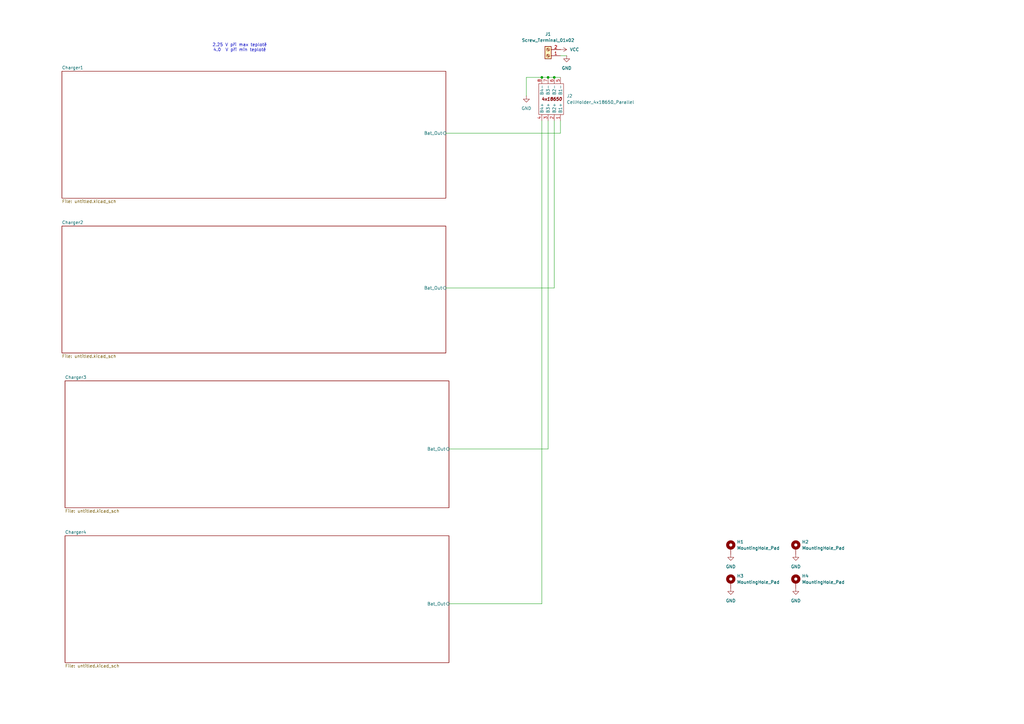
<source format=kicad_sch>
(kicad_sch (version 20250114) (generator "eeschema") (generator_version "9.0")
  (paper "A3")
  (lib_symbols
    (symbol "Connector:Screw_Terminal_01x02" (pin_names (offset 1.016) (hide yes))
      (property "Reference" "J" (at 0 2.54 0))
      (property "Value" "Screw_Terminal_01x02" (at 0 -5.08 0))
      (symbol "Screw_Terminal_01x02_1_1"
        (rectangle (start -1.27 1.27) (end 1.27 -3.81) (stroke (width 0.254)) (fill (type background)))
        (polyline (pts (xy -0.5334 0.3302) (xy 0.3302 -0.508)) (stroke (width 0.1524)))
        (polyline (pts (xy -0.5334 -2.2098) (xy 0.3302 -3.048)) (stroke (width 0.1524)))
        (polyline (pts (xy -0.3556 0.508) (xy 0.508 -0.3302)) (stroke (width 0.1524)))
        (polyline (pts (xy -0.3556 -2.032) (xy 0.508 -2.8702)) (stroke (width 0.1524)))
        (circle (center 0 0) (radius 0.635) (stroke (width 0.1524)))
        (circle (center 0 -2.54) (radius 0.635) (stroke (width 0.1524)))
        (pin passive line (at -5.08 0 0) (length 3.81) (name "Pin_1") (number "1"))
        (pin passive line (at -5.08 -2.54 0) (length 3.81) (name "Pin_2") (number "2"))
      )
    )
    (symbol "JK_symbols:CellHolder_18650_4x_Parallel"
      (property "Reference" "J" (at 6.096 5.334 0))
      (symbol "CellHolder_18650_4x_Parallel_0_1"
        (rectangle (start -5.08 6.35) (end 5.08 -6.35))
      )
      (symbol "CellHolder_18650_4x_Parallel_1_1"
        (text "4x18650" (at -0.254 0 0) (effects (font (size 1.27 1.27) (thickness 0.254) (bold yes) (italic yes))))
        (pin input line (at -3.81 8.89 270) (length 2.54) (name "B1+") (number "1"))
        (pin input line (at -3.81 -8.89 90) (length 2.54) (name "B1-") (number "5"))
        (pin input line (at -1.27 8.89 270) (length 2.54) (name "B2+") (number "2"))
        (pin input line (at -1.27 -8.89 90) (length 2.54) (name "B2-") (number "6"))
        (pin input line (at 1.27 8.89 270) (length 2.54) (name "B3+") (number "3"))
        (pin input line (at 1.27 -8.89 90) (length 2.54) (name "B3-") (number "7"))
        (pin input line (at 3.81 8.89 270) (length 2.54) (name "B4+") (number "4"))
        (pin input line (at 3.81 -8.89 90) (length 2.54) (name "B4-") (number "8"))
      )
    )
    (symbol "Mechanical:MountingHole_Pad" (pin_numbers (hide yes)) (pin_names (offset 1.016) (hide yes)) (in_bom no)
      (property "Reference" "H" (at 0 6.35 0))
      (property "Value" "MountingHole_Pad" (at 0 4.445 0))
      (symbol "MountingHole_Pad_0_1"
        (circle (center 0 1.27) (radius 1.27) (stroke (width 1.27)))
      )
      (symbol "MountingHole_Pad_1_1"
        (pin input line (at 0 -2.54 90) (length 2.54) (name "1") (number "1"))
      )
    )
    (symbol "power:GND" (power) (pin_numbers (hide yes)) (pin_names (offset 0) (hide yes))
      (property "Value" "GND" (at 0 -3.81 0))
      (symbol "GND_0_1"
        (polyline (pts (xy 0 0) (xy 0 -1.27) (xy 1.27 -1.27) (xy 0 -2.54) (xy -1.27 -1.27) (xy 0 -1.27)))
      )
      (symbol "GND_1_1"
        (pin power_in line (at 0 0 270) (length 0) (name "~") (number "1"))
      )
    )
    (symbol "power:VCC" (power) (pin_numbers (hide yes)) (pin_names (offset 0) (hide yes))
      (property "Value" "VCC" (at 0 3.556 0))
      (symbol "VCC_0_1"
        (polyline (pts (xy -0.762 1.27) (xy 0 2.54)))
        (polyline (pts (xy 0 2.54) (xy 0.762 1.27)))
        (polyline (pts (xy 0 0) (xy 0 2.54)))
      )
      (symbol "VCC_1_1"
        (pin power_in line (at 0 0 90) (length 0) (name "~") (number "1"))
      )
    )
  )
  (text "2.25 V při max teplotě\n4.0  V při min teplotě" (at 98.298 19.558 0) (effects (font (size 1.27 1.27))))
  (junction (at 224.79 31.75))
  (junction (at 222.25 31.75))
  (junction (at 227.33 31.75))
  (wire (pts (xy 184.15 247.65) (xy 222.25 247.65)))
  (wire (pts (xy 222.25 247.65) (xy 222.25 49.53)))
  (wire (pts (xy 224.79 184.15) (xy 224.79 49.53)))
  (wire (pts (xy 215.9 31.75) (xy 222.25 31.75)))
  (wire (pts (xy 222.25 31.75) (xy 224.79 31.75)))
  (wire (pts (xy 224.79 31.75) (xy 227.33 31.75)))
  (wire (pts (xy 182.88 118.11) (xy 227.33 118.11)))
  (wire (pts (xy 232.41 22.86) (xy 229.87 22.86)))
  (wire (pts (xy 182.88 54.61) (xy 229.87 54.61)))
  (wire (pts (xy 184.15 184.15) (xy 224.79 184.15)))
  (wire (pts (xy 227.33 118.11) (xy 227.33 49.53)))
  (wire (pts (xy 215.9 31.75) (xy 215.9 39.37)))
  (wire (pts (xy 229.87 54.61) (xy 229.87 49.53)))
  (wire (pts (xy 227.33 31.75) (xy 229.87 31.75)))
  (symbol (lib_id "power:GND") (at 299.72 227.33 0) (unit 1)
    (property "Reference" "#PWR04" (effects (hide yes)))
    (property "Value" "GND" (at 299.72 232.41 0))
    (property "Description" "Power symbol creates a global label with name \"GND\" , ground" (effects (hide yes)))
  )
  (symbol (lib_id "Mechanical:MountingHole_Pad") (at 326.39 238.76 0) (unit 1) (in_bom no)
    (property "Reference" "H4" (at 328.93 236.2199 0) (effects (justify left)))
    (property "Value" "MountingHole_Pad" (at 328.93 238.7599 0) (effects (justify left)))
    (property "Footprint" "MountingHole:MountingHole_3.2mm_M3_Pad_Via" (effects (hide yes)))
    (property "Description" "Mounting Hole with connection" (effects (hide yes)))
  )
  (symbol (lib_id "power:GND") (at 215.9 39.37 0) (unit 1)
    (property "Reference" "#PWR03" (effects (hide yes)))
    (property "Value" "GND" (at 215.9 44.45 0))
    (property "Description" "Power symbol creates a global label with name \"GND\" , ground" (effects (hide yes)))
  )
  (symbol (lib_id "power:GND") (at 326.39 241.3 0) (unit 1)
    (property "Reference" "#PWR07" (effects (hide yes)))
    (property "Value" "GND" (at 326.39 246.38 0))
    (property "Description" "Power symbol creates a global label with name \"GND\" , ground" (effects (hide yes)))
  )
  (symbol (lib_id "Connector:Screw_Terminal_01x02") (at 224.79 22.86 180) (unit 1)
    (property "Reference" "J1" (at 224.79 13.97 0))
    (property "Value" "Screw_Terminal_01x02" (at 224.79 16.51 0))
    (property "Footprint" "TerminalBlock_Phoenix:TerminalBlock_Phoenix_MKDS-1,5-2-5.08_1x02_P5.08mm_Horizontal" (effects (hide yes)))
    (property "Description" "Generic screw terminal, single row, 01x02, script generated (kicad-library-utils/schlib/autogen/connector/)" (effects (hide yes)))
    (property "LCSC" "C8465" (effects (hide yes)))
  )
  (symbol (lib_id "power:VCC") (at 229.87 20.32 270) (unit 1)
    (property "Reference" "#PWR01" (effects (hide yes)))
    (property "Value" "VCC" (at 233.68 20.3199 90) (effects (justify left)))
    (property "Description" "Power symbol creates a global label with name \"VCC\"" (effects (hide yes)))
  )
  (symbol (lib_id "Mechanical:MountingHole_Pad") (at 326.39 224.79 0) (unit 1) (in_bom no)
    (property "Reference" "H2" (at 328.93 222.2499 0) (effects (justify left)))
    (property "Value" "MountingHole_Pad" (at 328.93 224.7899 0) (effects (justify left)))
    (property "Footprint" "MountingHole:MountingHole_3.2mm_M3_Pad_Via" (effects (hide yes)))
    (property "Description" "Mounting Hole with connection" (effects (hide yes)))
  )
  (symbol (lib_id "Mechanical:MountingHole_Pad") (at 299.72 238.76 0) (unit 1) (in_bom no)
    (property "Reference" "H3" (at 302.26 236.2199 0) (effects (justify left)))
    (property "Value" "MountingHole_Pad" (at 302.26 238.7599 0) (effects (justify left)))
    (property "Footprint" "MountingHole:MountingHole_3.2mm_M3_Pad_Via" (effects (hide yes)))
    (property "Description" "Mounting Hole with connection" (effects (hide yes)))
  )
  (symbol (lib_id "Mechanical:MountingHole_Pad") (at 299.72 224.79 0) (unit 1) (in_bom no)
    (property "Reference" "H1" (at 302.26 222.2499 0) (effects (justify left)))
    (property "Value" "MountingHole_Pad" (at 302.26 224.7899 0) (effects (justify left)))
    (property "Footprint" "MountingHole:MountingHole_3.2mm_M3_Pad_Via" (effects (hide yes)))
    (property "Description" "Mounting Hole with connection" (effects (hide yes)))
  )
  (symbol (lib_id "JK_symbols:CellHolder_18650_4x_Parallel") (at 226.06 40.64 180) (unit 1)
    (property "Reference" "J2" (at 232.41 39.3699 0) (effects (justify right)))
    (property "Value" "CellHolder_4x18650_Parallel" (at 232.41 41.9099 0) (effects (justify right)))
    (property "Footprint" "JK_footprints:4xCellHolder_18650" (effects (hide yes)))
  )
  (symbol (lib_id "power:GND") (at 299.72 241.3 0) (unit 1)
    (property "Reference" "#PWR06" (effects (hide yes)))
    (property "Value" "GND" (at 299.72 246.38 0))
    (property "Description" "Power symbol creates a global label with name \"GND\" , ground" (effects (hide yes)))
  )
  (symbol (lib_id "power:GND") (at 326.39 227.33 0) (unit 1)
    (property "Reference" "#PWR05" (effects (hide yes)))
    (property "Value" "GND" (at 326.39 232.41 0))
    (property "Description" "Power symbol creates a global label with name \"GND\" , ground" (effects (hide yes)))
  )
  (symbol (lib_id "power:GND") (at 232.41 22.86 0) (unit 1)
    (property "Reference" "#PWR02" (effects (hide yes)))
    (property "Value" "GND" (at 232.41 27.94 0))
    (property "Description" "Power symbol creates a global label with name \"GND\" , ground" (effects (hide yes)))
  )
  (sheet (at 25.4 92.71) (size 157.48 52.07) (stroke (width 0.1524))
    (property "Sheetname" "Charger2" (at 25.4 91.9984 0) (effects (justify left bottom)))
    (property "Sheetfile" "untitled.kicad_sch" (at 25.4 145.3646 0) (effects (justify left top)))
    (pin "Bat_Out" input (at 182.88 118.11 0))
  )
  (sheet (at 26.67 156.21) (size 157.48 52.07) (stroke (width 0.1524))
    (property "Sheetname" "Charger3" (at 26.67 155.4984 0) (effects (justify left bottom)))
    (property "Sheetfile" "untitled.kicad_sch" (at 26.67 208.8646 0) (effects (justify left top)))
    (pin "Bat_Out" input (at 184.15 184.15 0))
  )
  (sheet (at 26.67 219.71) (size 157.48 52.07) (stroke (width 0.1524))
    (property "Sheetname" "Charger4" (at 26.67 218.9984 0) (effects (justify left bottom)))
    (property "Sheetfile" "untitled.kicad_sch" (at 26.67 272.3646 0) (effects (justify left top)))
    (pin "Bat_Out" input (at 184.15 247.65 0))
  )
  (sheet (at 25.4 29.21) (size 157.48 52.07) (stroke (width 0.1524))
    (property "Sheetname" "Charger1" (at 25.4 28.4984 0) (effects (justify left bottom)))
    (property "Sheetfile" "untitled.kicad_sch" (at 25.4 81.8646 0) (effects (justify left top)))
    (pin "Bat_Out" input (at 182.88 54.61 0))
  )
)
</source>
